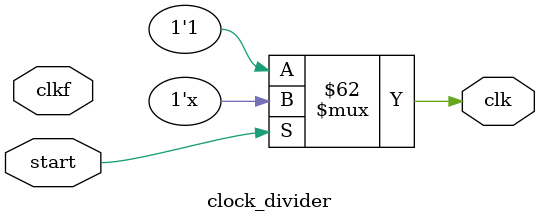
<source format=v>
/*
SINGLE CYCLE CPU (KGPRISC)
ASSIGNMENT: 7
GROUP: 32
NAME: Nikhil Nayan Jha (16CS30022)
      Sarthak Chakraborty (16CS30044)
*/

`timescale 1ns / 1ps
module clock_divider(
    input clkf,
	 input start,
    output reg clk
    );

reg [1:0] breaker;
always @(clkf)
begin
	if (start==0)
		clk=1;
	else if (breaker==0)
		breaker=1;
	else if (breaker==1)
		breaker=2;
	else if (breaker==2)
		breaker=3;
	else
	begin
		breaker=0;
		clk=!clk;
	end
end

endmodule

</source>
